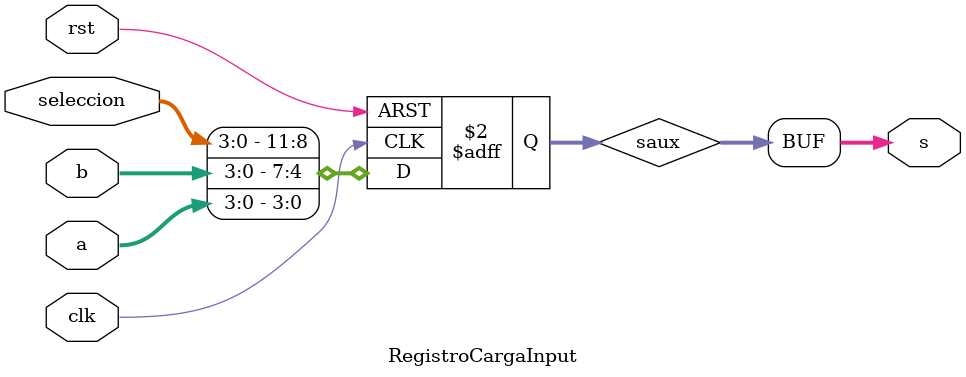
<source format=sv>
module RegistroCargaInput #(parameter N=4)(input [N-1:0] a, b, input [3:0] seleccion, input clk, rst, output [2*N+3:0] s);
	logic [2*N+3:0] saux;
	always @ (posedge clk or posedge rst)
		if(rst)
			saux=0;
		else
			saux = {seleccion,b, a};
 
	assign s = saux;

endmodule 
</source>
